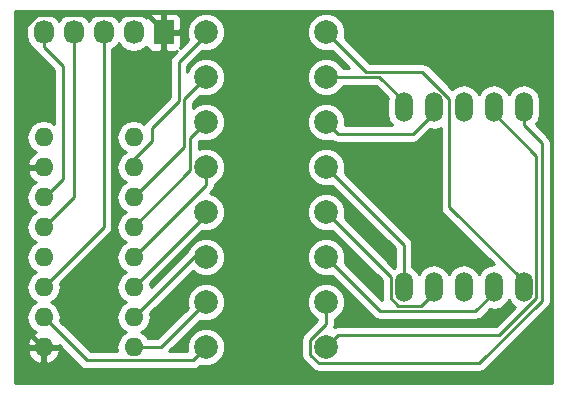
<source format=gbr>
G04 #@! TF.FileFunction,Copper,L1,Top,Signal*
%FSLAX46Y46*%
G04 Gerber Fmt 4.6, Leading zero omitted, Abs format (unit mm)*
G04 Created by KiCad (PCBNEW 4.0.1-stable) date 2016 January 25, Monday 17:02:22*
%MOMM*%
G01*
G04 APERTURE LIST*
%ADD10C,0.100000*%
%ADD11O,1.524000X2.524000*%
%ADD12R,1.727200X2.032000*%
%ADD13O,1.727200X2.032000*%
%ADD14C,1.998980*%
%ADD15O,1.600000X1.600000*%
%ADD16C,0.250000*%
%ADD17C,0.400000*%
%ADD18C,0.254000*%
G04 APERTURE END LIST*
D10*
D11*
X158750000Y-114300000D03*
X161290000Y-114300000D03*
X163830000Y-114300000D03*
X166370000Y-114300000D03*
X168910000Y-114300000D03*
X168910000Y-99060000D03*
X166370000Y-99060000D03*
X163830000Y-99060000D03*
X161290000Y-99060000D03*
X158750000Y-99060000D03*
D12*
X138430000Y-92710000D03*
D13*
X135890000Y-92710000D03*
X133350000Y-92710000D03*
X130810000Y-92710000D03*
X128270000Y-92710000D03*
D14*
X142036800Y-92710000D03*
X152196800Y-92710000D03*
X142036800Y-96520000D03*
X152196800Y-96520000D03*
X142036800Y-100330000D03*
X152196800Y-100330000D03*
X142036800Y-104140000D03*
X152196800Y-104140000D03*
X142036800Y-107950000D03*
X152196800Y-107950000D03*
X142036800Y-111760000D03*
X152196800Y-111760000D03*
X142036800Y-115570000D03*
X152196800Y-115570000D03*
X142036800Y-119380000D03*
X152196800Y-119380000D03*
D15*
X135890000Y-119380000D03*
X135890000Y-116840000D03*
X135890000Y-114300000D03*
X135890000Y-111760000D03*
X135890000Y-109220000D03*
X135890000Y-106680000D03*
X135890000Y-104140000D03*
X135890000Y-101600000D03*
X128270000Y-101600000D03*
X128270000Y-104140000D03*
X128270000Y-106680000D03*
X128270000Y-109220000D03*
X128270000Y-111760000D03*
X128270000Y-114300000D03*
X128270000Y-116840000D03*
X128270000Y-119380000D03*
D16*
X152196800Y-104140000D02*
X158750000Y-110693200D01*
X158750000Y-110693200D02*
X158750000Y-114300000D01*
X152196800Y-107950000D02*
X157662990Y-113416190D01*
X157662990Y-113416190D02*
X157662990Y-115250254D01*
X157662990Y-115250254D02*
X158299746Y-115887010D01*
X158299746Y-115887010D02*
X160202990Y-115887010D01*
X160202990Y-115887010D02*
X161290000Y-114800000D01*
X161290000Y-114800000D02*
X161290000Y-114300000D01*
X152196800Y-111760000D02*
X156773820Y-116337020D01*
X156773820Y-116337020D02*
X164832980Y-116337020D01*
X164832980Y-116337020D02*
X166370000Y-114800000D01*
X166370000Y-114800000D02*
X166370000Y-114300000D01*
X152196800Y-92710000D02*
X155556789Y-96069989D01*
X160337261Y-96069997D02*
X162642990Y-98375726D01*
X155556789Y-96069989D02*
X160337261Y-96069997D01*
X162642990Y-98375726D02*
X162642990Y-107532990D01*
X162642990Y-107532990D02*
X168910000Y-113800000D01*
X168910000Y-113800000D02*
X168910000Y-114300000D01*
X168910000Y-114800000D02*
X168910000Y-114300000D01*
X152196800Y-115570000D02*
X152196800Y-117419752D01*
X152196800Y-117419752D02*
X150872309Y-118744243D01*
X165179183Y-120704491D02*
X170447020Y-115436654D01*
X150872309Y-118744243D02*
X150872309Y-120015757D01*
X150872309Y-120015757D02*
X151561043Y-120704491D01*
X151561043Y-120704491D02*
X165179183Y-120704491D01*
X170447020Y-115436654D02*
X170447020Y-102109020D01*
X170447020Y-102109020D02*
X168910000Y-100572000D01*
X168910000Y-100572000D02*
X168910000Y-99060000D01*
X168910000Y-98560000D02*
X168910000Y-99060000D01*
X168910000Y-99560000D02*
X168910000Y-99060000D01*
X152196800Y-119380000D02*
X153196289Y-118380511D01*
X169997010Y-103187010D02*
X166370000Y-99560000D01*
X153196289Y-118380511D02*
X166866753Y-118380511D01*
X166866753Y-118380511D02*
X169997010Y-115250254D01*
X169997010Y-115250254D02*
X169997010Y-103187010D01*
X166370000Y-99560000D02*
X166370000Y-99060000D01*
X166370000Y-98560000D02*
X166370000Y-99060000D01*
X152196800Y-100330000D02*
X153196289Y-101329489D01*
X153196289Y-101329489D02*
X159520511Y-101329489D01*
X159520511Y-101329489D02*
X161290000Y-99560000D01*
X161290000Y-99560000D02*
X161290000Y-99060000D01*
X152196800Y-96520000D02*
X156710000Y-96520000D01*
X158750000Y-98560000D02*
X158750000Y-99060000D01*
X156710000Y-96520000D02*
X158750000Y-98560000D01*
D17*
X126419989Y-92479176D02*
X126419989Y-104165400D01*
X126419989Y-104165400D02*
X126419989Y-117529989D01*
X127113230Y-104165400D02*
X126419989Y-104165400D01*
X128270000Y-104140000D02*
X127138630Y-104140000D01*
X127138630Y-104140000D02*
X127113230Y-104165400D01*
X138430000Y-92710000D02*
X138430000Y-92557600D01*
X138430000Y-92557600D02*
X137066390Y-91193990D01*
X137066390Y-91193990D02*
X127705175Y-91193990D01*
X127705175Y-91193990D02*
X126419989Y-92479176D01*
X127470001Y-118580001D02*
X128270000Y-119380000D01*
X126419989Y-117529989D02*
X127470001Y-118580001D01*
D16*
X133350000Y-92710000D02*
X133350000Y-109220000D01*
X133350000Y-109220000D02*
X128270000Y-114300000D01*
X130810000Y-95879589D02*
X130828211Y-95897800D01*
X130810000Y-92710000D02*
X130810000Y-95879589D01*
X130828211Y-95897800D02*
X130828211Y-106661789D01*
X130828211Y-106661789D02*
X129069999Y-108420001D01*
X129069999Y-108420001D02*
X128270000Y-109220000D01*
X128270000Y-92710000D02*
X128270000Y-93976000D01*
X128270000Y-93976000D02*
X129895600Y-95601600D01*
X129895600Y-95601600D02*
X129895600Y-105105200D01*
X128270000Y-106730800D02*
X128270000Y-106680000D01*
X129895600Y-105105200D02*
X128270000Y-106730800D01*
X135890000Y-104140000D02*
X135890000Y-103413002D01*
X139700000Y-95250000D02*
X142036800Y-92913200D01*
X135890000Y-103413002D02*
X137414000Y-101889002D01*
X137414000Y-101889002D02*
X137414000Y-100838000D01*
X139700000Y-98552000D02*
X139700000Y-95250000D01*
X137414000Y-100838000D02*
X139700000Y-98552000D01*
X142036800Y-92913200D02*
X142036800Y-92710000D01*
X135890000Y-106680000D02*
X140150009Y-102419991D01*
X140150009Y-102419991D02*
X140150009Y-98406791D01*
X140150009Y-98406791D02*
X141037311Y-97519489D01*
X141037311Y-97519489D02*
X142036800Y-96520000D01*
X135890000Y-109220000D02*
X140712309Y-104397691D01*
X140712309Y-104397691D02*
X140712309Y-101654491D01*
X140712309Y-101654491D02*
X141037311Y-101329489D01*
X141037311Y-101329489D02*
X142036800Y-100330000D01*
X135890000Y-111760000D02*
X142036800Y-105613200D01*
X142036800Y-105613200D02*
X142036800Y-104140000D01*
X135890000Y-114300000D02*
X142036800Y-108153200D01*
X142036800Y-108153200D02*
X142036800Y-107950000D01*
X135890000Y-116840000D02*
X140970000Y-111760000D01*
X140970000Y-111760000D02*
X142036800Y-111760000D01*
X135890000Y-119380000D02*
X138226800Y-119380000D01*
X138226800Y-119380000D02*
X142036800Y-115570000D01*
X128270000Y-116840000D02*
X131935001Y-120505001D01*
X131935001Y-120505001D02*
X140911799Y-120505001D01*
X140911799Y-120505001D02*
X141037311Y-120379489D01*
X141037311Y-120379489D02*
X142036800Y-119380000D01*
D18*
G36*
X171323000Y-122428000D02*
X125857000Y-122428000D01*
X125857000Y-119729039D01*
X126878096Y-119729039D01*
X127038959Y-120117423D01*
X127414866Y-120532389D01*
X127920959Y-120771914D01*
X128143000Y-120650629D01*
X128143000Y-119507000D01*
X128397000Y-119507000D01*
X128397000Y-120650629D01*
X128619041Y-120771914D01*
X129125134Y-120532389D01*
X129501041Y-120117423D01*
X129661904Y-119729039D01*
X129539915Y-119507000D01*
X128397000Y-119507000D01*
X128143000Y-119507000D01*
X127000085Y-119507000D01*
X126878096Y-119729039D01*
X125857000Y-119729039D01*
X125857000Y-92525255D01*
X126771400Y-92525255D01*
X126771400Y-92894745D01*
X126885474Y-93468234D01*
X127210330Y-93954415D01*
X127550983Y-94182032D01*
X127567852Y-94266839D01*
X127732599Y-94513401D01*
X129135600Y-95916402D01*
X129135600Y-100466893D01*
X128847264Y-100274233D01*
X128298113Y-100165000D01*
X128241887Y-100165000D01*
X127692736Y-100274233D01*
X127227189Y-100585302D01*
X126916120Y-101050849D01*
X126806887Y-101600000D01*
X126916120Y-102149151D01*
X127227189Y-102614698D01*
X127631703Y-102884986D01*
X127414866Y-102987611D01*
X127038959Y-103402577D01*
X126878096Y-103790961D01*
X127000085Y-104013000D01*
X128143000Y-104013000D01*
X128143000Y-103993000D01*
X128397000Y-103993000D01*
X128397000Y-104013000D01*
X128417000Y-104013000D01*
X128417000Y-104267000D01*
X128397000Y-104267000D01*
X128397000Y-104287000D01*
X128143000Y-104287000D01*
X128143000Y-104267000D01*
X127000085Y-104267000D01*
X126878096Y-104489039D01*
X127038959Y-104877423D01*
X127414866Y-105292389D01*
X127631703Y-105395014D01*
X127227189Y-105665302D01*
X126916120Y-106130849D01*
X126806887Y-106680000D01*
X126916120Y-107229151D01*
X127227189Y-107694698D01*
X127609275Y-107950000D01*
X127227189Y-108205302D01*
X126916120Y-108670849D01*
X126806887Y-109220000D01*
X126916120Y-109769151D01*
X127227189Y-110234698D01*
X127609275Y-110490000D01*
X127227189Y-110745302D01*
X126916120Y-111210849D01*
X126806887Y-111760000D01*
X126916120Y-112309151D01*
X127227189Y-112774698D01*
X127609275Y-113030000D01*
X127227189Y-113285302D01*
X126916120Y-113750849D01*
X126806887Y-114300000D01*
X126916120Y-114849151D01*
X127227189Y-115314698D01*
X127609275Y-115570000D01*
X127227189Y-115825302D01*
X126916120Y-116290849D01*
X126806887Y-116840000D01*
X126916120Y-117389151D01*
X127227189Y-117854698D01*
X127631703Y-118124986D01*
X127414866Y-118227611D01*
X127038959Y-118642577D01*
X126878096Y-119030961D01*
X127000085Y-119253000D01*
X128143000Y-119253000D01*
X128143000Y-119233000D01*
X128397000Y-119233000D01*
X128397000Y-119253000D01*
X129539915Y-119253000D01*
X129564127Y-119208929D01*
X131397600Y-121042402D01*
X131644162Y-121207149D01*
X131935001Y-121265001D01*
X140911799Y-121265001D01*
X141202638Y-121207149D01*
X141449200Y-121042402D01*
X141545717Y-120945885D01*
X141710253Y-121014206D01*
X142360494Y-121014774D01*
X142961455Y-120766462D01*
X143421646Y-120307073D01*
X143671006Y-119706547D01*
X143671574Y-119056306D01*
X143542633Y-118744243D01*
X150112309Y-118744243D01*
X150112309Y-120015757D01*
X150170161Y-120306596D01*
X150334908Y-120553158D01*
X151023642Y-121241892D01*
X151270204Y-121406639D01*
X151561043Y-121464491D01*
X165179183Y-121464491D01*
X165470022Y-121406639D01*
X165716584Y-121241892D01*
X170984421Y-115974055D01*
X171149168Y-115727493D01*
X171207020Y-115436654D01*
X171207020Y-102109020D01*
X171149168Y-101818181D01*
X170984421Y-101571619D01*
X169937869Y-100525067D01*
X170200660Y-100131773D01*
X170307000Y-99597164D01*
X170307000Y-98522836D01*
X170200660Y-97988227D01*
X169897828Y-97535008D01*
X169444609Y-97232176D01*
X168910000Y-97125836D01*
X168375391Y-97232176D01*
X167922172Y-97535008D01*
X167640000Y-97957307D01*
X167357828Y-97535008D01*
X166904609Y-97232176D01*
X166370000Y-97125836D01*
X165835391Y-97232176D01*
X165382172Y-97535008D01*
X165100000Y-97957307D01*
X164817828Y-97535008D01*
X164364609Y-97232176D01*
X163830000Y-97125836D01*
X163295391Y-97232176D01*
X162863094Y-97521028D01*
X160874662Y-95532596D01*
X160792848Y-95477930D01*
X160628101Y-95367849D01*
X160337262Y-95309997D01*
X155871592Y-95309990D01*
X153762685Y-93201083D01*
X153831006Y-93036547D01*
X153831574Y-92386306D01*
X153583262Y-91785345D01*
X153123873Y-91325154D01*
X152523347Y-91075794D01*
X151873106Y-91075226D01*
X151272145Y-91323538D01*
X150811954Y-91782927D01*
X150562594Y-92383453D01*
X150562026Y-93033694D01*
X150810338Y-93634655D01*
X151269727Y-94094846D01*
X151870253Y-94344206D01*
X152520494Y-94344774D01*
X152687689Y-94275691D01*
X154171998Y-95760000D01*
X153651296Y-95760000D01*
X153583262Y-95595345D01*
X153123873Y-95135154D01*
X152523347Y-94885794D01*
X151873106Y-94885226D01*
X151272145Y-95133538D01*
X150811954Y-95592927D01*
X150562594Y-96193453D01*
X150562026Y-96843694D01*
X150810338Y-97444655D01*
X151269727Y-97904846D01*
X151870253Y-98154206D01*
X152520494Y-98154774D01*
X153121455Y-97906462D01*
X153581646Y-97447073D01*
X153651021Y-97280000D01*
X156395198Y-97280000D01*
X157400290Y-98285092D01*
X157353000Y-98522836D01*
X157353000Y-99597164D01*
X157459340Y-100131773D01*
X157751813Y-100569489D01*
X153831082Y-100569489D01*
X153831574Y-100006306D01*
X153583262Y-99405345D01*
X153123873Y-98945154D01*
X152523347Y-98695794D01*
X151873106Y-98695226D01*
X151272145Y-98943538D01*
X150811954Y-99402927D01*
X150562594Y-100003453D01*
X150562026Y-100653694D01*
X150810338Y-101254655D01*
X151269727Y-101714846D01*
X151870253Y-101964206D01*
X152520494Y-101964774D01*
X152696526Y-101892039D01*
X152905450Y-102031637D01*
X153196289Y-102089489D01*
X159520511Y-102089489D01*
X159811350Y-102031637D01*
X160057912Y-101866890D01*
X160990260Y-100934542D01*
X161290000Y-100994164D01*
X161824609Y-100887824D01*
X161882990Y-100848815D01*
X161882990Y-107532990D01*
X161940842Y-107823829D01*
X162105589Y-108070391D01*
X166408740Y-112373542D01*
X166370000Y-112365836D01*
X165835391Y-112472176D01*
X165382172Y-112775008D01*
X165100000Y-113197307D01*
X164817828Y-112775008D01*
X164364609Y-112472176D01*
X163830000Y-112365836D01*
X163295391Y-112472176D01*
X162842172Y-112775008D01*
X162560000Y-113197307D01*
X162277828Y-112775008D01*
X161824609Y-112472176D01*
X161290000Y-112365836D01*
X160755391Y-112472176D01*
X160302172Y-112775008D01*
X160020000Y-113197307D01*
X159737828Y-112775008D01*
X159510000Y-112622778D01*
X159510000Y-110693200D01*
X159452148Y-110402360D01*
X159287401Y-110155799D01*
X153762685Y-104631083D01*
X153831006Y-104466547D01*
X153831574Y-103816306D01*
X153583262Y-103215345D01*
X153123873Y-102755154D01*
X152523347Y-102505794D01*
X151873106Y-102505226D01*
X151272145Y-102753538D01*
X150811954Y-103212927D01*
X150562594Y-103813453D01*
X150562026Y-104463694D01*
X150810338Y-105064655D01*
X151269727Y-105524846D01*
X151870253Y-105774206D01*
X152520494Y-105774774D01*
X152687689Y-105705691D01*
X157990000Y-111008002D01*
X157990000Y-112622778D01*
X157962653Y-112641051D01*
X153762685Y-108441083D01*
X153831006Y-108276547D01*
X153831574Y-107626306D01*
X153583262Y-107025345D01*
X153123873Y-106565154D01*
X152523347Y-106315794D01*
X151873106Y-106315226D01*
X151272145Y-106563538D01*
X150811954Y-107022927D01*
X150562594Y-107623453D01*
X150562026Y-108273694D01*
X150810338Y-108874655D01*
X151269727Y-109334846D01*
X151870253Y-109584206D01*
X152520494Y-109584774D01*
X152687689Y-109515691D01*
X156902990Y-113730992D01*
X156902990Y-115250254D01*
X156938034Y-115426432D01*
X153762685Y-112251083D01*
X153831006Y-112086547D01*
X153831574Y-111436306D01*
X153583262Y-110835345D01*
X153123873Y-110375154D01*
X152523347Y-110125794D01*
X151873106Y-110125226D01*
X151272145Y-110373538D01*
X150811954Y-110832927D01*
X150562594Y-111433453D01*
X150562026Y-112083694D01*
X150810338Y-112684655D01*
X151269727Y-113144846D01*
X151870253Y-113394206D01*
X152520494Y-113394774D01*
X152687689Y-113325691D01*
X156236419Y-116874421D01*
X156482981Y-117039168D01*
X156773820Y-117097020D01*
X164832980Y-117097020D01*
X165123819Y-117039168D01*
X165370381Y-116874421D01*
X166070260Y-116174542D01*
X166370000Y-116234164D01*
X166904609Y-116127824D01*
X167357828Y-115824992D01*
X167640000Y-115402693D01*
X167922172Y-115824992D01*
X168177119Y-115995343D01*
X166551951Y-117620511D01*
X153196289Y-117620511D01*
X152905450Y-117678363D01*
X152905345Y-117678433D01*
X152956800Y-117419752D01*
X152956800Y-117024496D01*
X153121455Y-116956462D01*
X153581646Y-116497073D01*
X153831006Y-115896547D01*
X153831574Y-115246306D01*
X153583262Y-114645345D01*
X153123873Y-114185154D01*
X152523347Y-113935794D01*
X151873106Y-113935226D01*
X151272145Y-114183538D01*
X150811954Y-114642927D01*
X150562594Y-115243453D01*
X150562026Y-115893694D01*
X150810338Y-116494655D01*
X151269727Y-116954846D01*
X151436800Y-117024221D01*
X151436800Y-117104950D01*
X150334908Y-118206842D01*
X150170161Y-118453404D01*
X150112309Y-118744243D01*
X143542633Y-118744243D01*
X143423262Y-118455345D01*
X142963873Y-117995154D01*
X142363347Y-117745794D01*
X141713106Y-117745226D01*
X141112145Y-117993538D01*
X140651954Y-118452927D01*
X140402594Y-119053453D01*
X140402026Y-119703694D01*
X140419094Y-119745001D01*
X138936601Y-119745001D01*
X141545717Y-117135885D01*
X141710253Y-117204206D01*
X142360494Y-117204774D01*
X142961455Y-116956462D01*
X143421646Y-116497073D01*
X143671006Y-115896547D01*
X143671574Y-115246306D01*
X143423262Y-114645345D01*
X142963873Y-114185154D01*
X142363347Y-113935794D01*
X141713106Y-113935226D01*
X141112145Y-114183538D01*
X140651954Y-114642927D01*
X140402594Y-115243453D01*
X140402026Y-115893694D01*
X140471109Y-116060889D01*
X137911998Y-118620000D01*
X137102995Y-118620000D01*
X136932811Y-118365302D01*
X136550725Y-118110000D01*
X136932811Y-117854698D01*
X137243880Y-117389151D01*
X137353113Y-116840000D01*
X137288688Y-116516114D01*
X140885038Y-112919764D01*
X141109727Y-113144846D01*
X141710253Y-113394206D01*
X142360494Y-113394774D01*
X142961455Y-113146462D01*
X143421646Y-112687073D01*
X143671006Y-112086547D01*
X143671574Y-111436306D01*
X143423262Y-110835345D01*
X142963873Y-110375154D01*
X142363347Y-110125794D01*
X141713106Y-110125226D01*
X141112145Y-110373538D01*
X140651954Y-110832927D01*
X140512246Y-111169380D01*
X140432599Y-111222599D01*
X137352595Y-114302603D01*
X137353113Y-114300000D01*
X137288688Y-113976114D01*
X141689297Y-109575505D01*
X141710253Y-109584206D01*
X142360494Y-109584774D01*
X142961455Y-109336462D01*
X143421646Y-108877073D01*
X143671006Y-108276547D01*
X143671574Y-107626306D01*
X143423262Y-107025345D01*
X142963873Y-106565154D01*
X142395611Y-106329191D01*
X142574201Y-106150601D01*
X142738948Y-105904039D01*
X142796800Y-105613200D01*
X142796800Y-105594496D01*
X142961455Y-105526462D01*
X143421646Y-105067073D01*
X143671006Y-104466547D01*
X143671574Y-103816306D01*
X143423262Y-103215345D01*
X142963873Y-102755154D01*
X142363347Y-102505794D01*
X141713106Y-102505226D01*
X141472309Y-102604721D01*
X141472309Y-101969293D01*
X141545717Y-101895885D01*
X141710253Y-101964206D01*
X142360494Y-101964774D01*
X142961455Y-101716462D01*
X143421646Y-101257073D01*
X143671006Y-100656547D01*
X143671574Y-100006306D01*
X143423262Y-99405345D01*
X142963873Y-98945154D01*
X142363347Y-98695794D01*
X141713106Y-98695226D01*
X141112145Y-98943538D01*
X140910009Y-99145322D01*
X140910009Y-98721593D01*
X141545717Y-98085885D01*
X141710253Y-98154206D01*
X142360494Y-98154774D01*
X142961455Y-97906462D01*
X143421646Y-97447073D01*
X143671006Y-96846547D01*
X143671574Y-96196306D01*
X143423262Y-95595345D01*
X142963873Y-95135154D01*
X142363347Y-94885794D01*
X141713106Y-94885226D01*
X141112145Y-95133538D01*
X140651954Y-95592927D01*
X140460000Y-96055204D01*
X140460000Y-95564802D01*
X141689297Y-94335505D01*
X141710253Y-94344206D01*
X142360494Y-94344774D01*
X142961455Y-94096462D01*
X143421646Y-93637073D01*
X143671006Y-93036547D01*
X143671574Y-92386306D01*
X143423262Y-91785345D01*
X142963873Y-91325154D01*
X142363347Y-91075794D01*
X141713106Y-91075226D01*
X141112145Y-91323538D01*
X140651954Y-91782927D01*
X140402594Y-92383453D01*
X140402026Y-93033694D01*
X140530521Y-93344677D01*
X139861927Y-94013271D01*
X139928600Y-93852309D01*
X139928600Y-92995750D01*
X139769850Y-92837000D01*
X138557000Y-92837000D01*
X138557000Y-94202250D01*
X138715750Y-94361000D01*
X139419910Y-94361000D01*
X139580870Y-94294328D01*
X139162599Y-94712599D01*
X138997852Y-94959161D01*
X138940000Y-95250000D01*
X138940000Y-98237198D01*
X136876599Y-100300599D01*
X136762434Y-100471460D01*
X136467264Y-100274233D01*
X135918113Y-100165000D01*
X135861887Y-100165000D01*
X135312736Y-100274233D01*
X134847189Y-100585302D01*
X134536120Y-101050849D01*
X134426887Y-101600000D01*
X134536120Y-102149151D01*
X134847189Y-102614698D01*
X135229275Y-102870000D01*
X134847189Y-103125302D01*
X134536120Y-103590849D01*
X134426887Y-104140000D01*
X134536120Y-104689151D01*
X134847189Y-105154698D01*
X135229275Y-105410000D01*
X134847189Y-105665302D01*
X134536120Y-106130849D01*
X134426887Y-106680000D01*
X134536120Y-107229151D01*
X134847189Y-107694698D01*
X135229275Y-107950000D01*
X134847189Y-108205302D01*
X134536120Y-108670849D01*
X134426887Y-109220000D01*
X134536120Y-109769151D01*
X134847189Y-110234698D01*
X135229275Y-110490000D01*
X134847189Y-110745302D01*
X134536120Y-111210849D01*
X134426887Y-111760000D01*
X134536120Y-112309151D01*
X134847189Y-112774698D01*
X135229275Y-113030000D01*
X134847189Y-113285302D01*
X134536120Y-113750849D01*
X134426887Y-114300000D01*
X134536120Y-114849151D01*
X134847189Y-115314698D01*
X135229275Y-115570000D01*
X134847189Y-115825302D01*
X134536120Y-116290849D01*
X134426887Y-116840000D01*
X134536120Y-117389151D01*
X134847189Y-117854698D01*
X135229275Y-118110000D01*
X134847189Y-118365302D01*
X134536120Y-118830849D01*
X134426887Y-119380000D01*
X134499490Y-119745001D01*
X132249803Y-119745001D01*
X129668688Y-117163886D01*
X129733113Y-116840000D01*
X129623880Y-116290849D01*
X129312811Y-115825302D01*
X128930725Y-115570000D01*
X129312811Y-115314698D01*
X129623880Y-114849151D01*
X129733113Y-114300000D01*
X129668688Y-113976114D01*
X133887401Y-109757401D01*
X134052148Y-109510839D01*
X134110000Y-109220000D01*
X134110000Y-94154648D01*
X134409670Y-93954415D01*
X134620000Y-93639634D01*
X134830330Y-93954415D01*
X135316511Y-94279271D01*
X135890000Y-94393345D01*
X136463489Y-94279271D01*
X136949670Y-93954415D01*
X136964500Y-93932220D01*
X137028073Y-94085698D01*
X137206701Y-94264327D01*
X137440090Y-94361000D01*
X138144250Y-94361000D01*
X138303000Y-94202250D01*
X138303000Y-92837000D01*
X138283000Y-92837000D01*
X138283000Y-92583000D01*
X138303000Y-92583000D01*
X138303000Y-91217750D01*
X138557000Y-91217750D01*
X138557000Y-92583000D01*
X139769850Y-92583000D01*
X139928600Y-92424250D01*
X139928600Y-91567691D01*
X139831927Y-91334302D01*
X139653299Y-91155673D01*
X139419910Y-91059000D01*
X138715750Y-91059000D01*
X138557000Y-91217750D01*
X138303000Y-91217750D01*
X138144250Y-91059000D01*
X137440090Y-91059000D01*
X137206701Y-91155673D01*
X137028073Y-91334302D01*
X136964500Y-91487780D01*
X136949670Y-91465585D01*
X136463489Y-91140729D01*
X135890000Y-91026655D01*
X135316511Y-91140729D01*
X134830330Y-91465585D01*
X134620000Y-91780366D01*
X134409670Y-91465585D01*
X133923489Y-91140729D01*
X133350000Y-91026655D01*
X132776511Y-91140729D01*
X132290330Y-91465585D01*
X132080000Y-91780366D01*
X131869670Y-91465585D01*
X131383489Y-91140729D01*
X130810000Y-91026655D01*
X130236511Y-91140729D01*
X129750330Y-91465585D01*
X129540000Y-91780366D01*
X129329670Y-91465585D01*
X128843489Y-91140729D01*
X128270000Y-91026655D01*
X127696511Y-91140729D01*
X127210330Y-91465585D01*
X126885474Y-91951766D01*
X126771400Y-92525255D01*
X125857000Y-92525255D01*
X125857000Y-90932000D01*
X171323000Y-90932000D01*
X171323000Y-122428000D01*
X171323000Y-122428000D01*
G37*
X171323000Y-122428000D02*
X125857000Y-122428000D01*
X125857000Y-119729039D01*
X126878096Y-119729039D01*
X127038959Y-120117423D01*
X127414866Y-120532389D01*
X127920959Y-120771914D01*
X128143000Y-120650629D01*
X128143000Y-119507000D01*
X128397000Y-119507000D01*
X128397000Y-120650629D01*
X128619041Y-120771914D01*
X129125134Y-120532389D01*
X129501041Y-120117423D01*
X129661904Y-119729039D01*
X129539915Y-119507000D01*
X128397000Y-119507000D01*
X128143000Y-119507000D01*
X127000085Y-119507000D01*
X126878096Y-119729039D01*
X125857000Y-119729039D01*
X125857000Y-92525255D01*
X126771400Y-92525255D01*
X126771400Y-92894745D01*
X126885474Y-93468234D01*
X127210330Y-93954415D01*
X127550983Y-94182032D01*
X127567852Y-94266839D01*
X127732599Y-94513401D01*
X129135600Y-95916402D01*
X129135600Y-100466893D01*
X128847264Y-100274233D01*
X128298113Y-100165000D01*
X128241887Y-100165000D01*
X127692736Y-100274233D01*
X127227189Y-100585302D01*
X126916120Y-101050849D01*
X126806887Y-101600000D01*
X126916120Y-102149151D01*
X127227189Y-102614698D01*
X127631703Y-102884986D01*
X127414866Y-102987611D01*
X127038959Y-103402577D01*
X126878096Y-103790961D01*
X127000085Y-104013000D01*
X128143000Y-104013000D01*
X128143000Y-103993000D01*
X128397000Y-103993000D01*
X128397000Y-104013000D01*
X128417000Y-104013000D01*
X128417000Y-104267000D01*
X128397000Y-104267000D01*
X128397000Y-104287000D01*
X128143000Y-104287000D01*
X128143000Y-104267000D01*
X127000085Y-104267000D01*
X126878096Y-104489039D01*
X127038959Y-104877423D01*
X127414866Y-105292389D01*
X127631703Y-105395014D01*
X127227189Y-105665302D01*
X126916120Y-106130849D01*
X126806887Y-106680000D01*
X126916120Y-107229151D01*
X127227189Y-107694698D01*
X127609275Y-107950000D01*
X127227189Y-108205302D01*
X126916120Y-108670849D01*
X126806887Y-109220000D01*
X126916120Y-109769151D01*
X127227189Y-110234698D01*
X127609275Y-110490000D01*
X127227189Y-110745302D01*
X126916120Y-111210849D01*
X126806887Y-111760000D01*
X126916120Y-112309151D01*
X127227189Y-112774698D01*
X127609275Y-113030000D01*
X127227189Y-113285302D01*
X126916120Y-113750849D01*
X126806887Y-114300000D01*
X126916120Y-114849151D01*
X127227189Y-115314698D01*
X127609275Y-115570000D01*
X127227189Y-115825302D01*
X126916120Y-116290849D01*
X126806887Y-116840000D01*
X126916120Y-117389151D01*
X127227189Y-117854698D01*
X127631703Y-118124986D01*
X127414866Y-118227611D01*
X127038959Y-118642577D01*
X126878096Y-119030961D01*
X127000085Y-119253000D01*
X128143000Y-119253000D01*
X128143000Y-119233000D01*
X128397000Y-119233000D01*
X128397000Y-119253000D01*
X129539915Y-119253000D01*
X129564127Y-119208929D01*
X131397600Y-121042402D01*
X131644162Y-121207149D01*
X131935001Y-121265001D01*
X140911799Y-121265001D01*
X141202638Y-121207149D01*
X141449200Y-121042402D01*
X141545717Y-120945885D01*
X141710253Y-121014206D01*
X142360494Y-121014774D01*
X142961455Y-120766462D01*
X143421646Y-120307073D01*
X143671006Y-119706547D01*
X143671574Y-119056306D01*
X143542633Y-118744243D01*
X150112309Y-118744243D01*
X150112309Y-120015757D01*
X150170161Y-120306596D01*
X150334908Y-120553158D01*
X151023642Y-121241892D01*
X151270204Y-121406639D01*
X151561043Y-121464491D01*
X165179183Y-121464491D01*
X165470022Y-121406639D01*
X165716584Y-121241892D01*
X170984421Y-115974055D01*
X171149168Y-115727493D01*
X171207020Y-115436654D01*
X171207020Y-102109020D01*
X171149168Y-101818181D01*
X170984421Y-101571619D01*
X169937869Y-100525067D01*
X170200660Y-100131773D01*
X170307000Y-99597164D01*
X170307000Y-98522836D01*
X170200660Y-97988227D01*
X169897828Y-97535008D01*
X169444609Y-97232176D01*
X168910000Y-97125836D01*
X168375391Y-97232176D01*
X167922172Y-97535008D01*
X167640000Y-97957307D01*
X167357828Y-97535008D01*
X166904609Y-97232176D01*
X166370000Y-97125836D01*
X165835391Y-97232176D01*
X165382172Y-97535008D01*
X165100000Y-97957307D01*
X164817828Y-97535008D01*
X164364609Y-97232176D01*
X163830000Y-97125836D01*
X163295391Y-97232176D01*
X162863094Y-97521028D01*
X160874662Y-95532596D01*
X160792848Y-95477930D01*
X160628101Y-95367849D01*
X160337262Y-95309997D01*
X155871592Y-95309990D01*
X153762685Y-93201083D01*
X153831006Y-93036547D01*
X153831574Y-92386306D01*
X153583262Y-91785345D01*
X153123873Y-91325154D01*
X152523347Y-91075794D01*
X151873106Y-91075226D01*
X151272145Y-91323538D01*
X150811954Y-91782927D01*
X150562594Y-92383453D01*
X150562026Y-93033694D01*
X150810338Y-93634655D01*
X151269727Y-94094846D01*
X151870253Y-94344206D01*
X152520494Y-94344774D01*
X152687689Y-94275691D01*
X154171998Y-95760000D01*
X153651296Y-95760000D01*
X153583262Y-95595345D01*
X153123873Y-95135154D01*
X152523347Y-94885794D01*
X151873106Y-94885226D01*
X151272145Y-95133538D01*
X150811954Y-95592927D01*
X150562594Y-96193453D01*
X150562026Y-96843694D01*
X150810338Y-97444655D01*
X151269727Y-97904846D01*
X151870253Y-98154206D01*
X152520494Y-98154774D01*
X153121455Y-97906462D01*
X153581646Y-97447073D01*
X153651021Y-97280000D01*
X156395198Y-97280000D01*
X157400290Y-98285092D01*
X157353000Y-98522836D01*
X157353000Y-99597164D01*
X157459340Y-100131773D01*
X157751813Y-100569489D01*
X153831082Y-100569489D01*
X153831574Y-100006306D01*
X153583262Y-99405345D01*
X153123873Y-98945154D01*
X152523347Y-98695794D01*
X151873106Y-98695226D01*
X151272145Y-98943538D01*
X150811954Y-99402927D01*
X150562594Y-100003453D01*
X150562026Y-100653694D01*
X150810338Y-101254655D01*
X151269727Y-101714846D01*
X151870253Y-101964206D01*
X152520494Y-101964774D01*
X152696526Y-101892039D01*
X152905450Y-102031637D01*
X153196289Y-102089489D01*
X159520511Y-102089489D01*
X159811350Y-102031637D01*
X160057912Y-101866890D01*
X160990260Y-100934542D01*
X161290000Y-100994164D01*
X161824609Y-100887824D01*
X161882990Y-100848815D01*
X161882990Y-107532990D01*
X161940842Y-107823829D01*
X162105589Y-108070391D01*
X166408740Y-112373542D01*
X166370000Y-112365836D01*
X165835391Y-112472176D01*
X165382172Y-112775008D01*
X165100000Y-113197307D01*
X164817828Y-112775008D01*
X164364609Y-112472176D01*
X163830000Y-112365836D01*
X163295391Y-112472176D01*
X162842172Y-112775008D01*
X162560000Y-113197307D01*
X162277828Y-112775008D01*
X161824609Y-112472176D01*
X161290000Y-112365836D01*
X160755391Y-112472176D01*
X160302172Y-112775008D01*
X160020000Y-113197307D01*
X159737828Y-112775008D01*
X159510000Y-112622778D01*
X159510000Y-110693200D01*
X159452148Y-110402360D01*
X159287401Y-110155799D01*
X153762685Y-104631083D01*
X153831006Y-104466547D01*
X153831574Y-103816306D01*
X153583262Y-103215345D01*
X153123873Y-102755154D01*
X152523347Y-102505794D01*
X151873106Y-102505226D01*
X151272145Y-102753538D01*
X150811954Y-103212927D01*
X150562594Y-103813453D01*
X150562026Y-104463694D01*
X150810338Y-105064655D01*
X151269727Y-105524846D01*
X151870253Y-105774206D01*
X152520494Y-105774774D01*
X152687689Y-105705691D01*
X157990000Y-111008002D01*
X157990000Y-112622778D01*
X157962653Y-112641051D01*
X153762685Y-108441083D01*
X153831006Y-108276547D01*
X153831574Y-107626306D01*
X153583262Y-107025345D01*
X153123873Y-106565154D01*
X152523347Y-106315794D01*
X151873106Y-106315226D01*
X151272145Y-106563538D01*
X150811954Y-107022927D01*
X150562594Y-107623453D01*
X150562026Y-108273694D01*
X150810338Y-108874655D01*
X151269727Y-109334846D01*
X151870253Y-109584206D01*
X152520494Y-109584774D01*
X152687689Y-109515691D01*
X156902990Y-113730992D01*
X156902990Y-115250254D01*
X156938034Y-115426432D01*
X153762685Y-112251083D01*
X153831006Y-112086547D01*
X153831574Y-111436306D01*
X153583262Y-110835345D01*
X153123873Y-110375154D01*
X152523347Y-110125794D01*
X151873106Y-110125226D01*
X151272145Y-110373538D01*
X150811954Y-110832927D01*
X150562594Y-111433453D01*
X150562026Y-112083694D01*
X150810338Y-112684655D01*
X151269727Y-113144846D01*
X151870253Y-113394206D01*
X152520494Y-113394774D01*
X152687689Y-113325691D01*
X156236419Y-116874421D01*
X156482981Y-117039168D01*
X156773820Y-117097020D01*
X164832980Y-117097020D01*
X165123819Y-117039168D01*
X165370381Y-116874421D01*
X166070260Y-116174542D01*
X166370000Y-116234164D01*
X166904609Y-116127824D01*
X167357828Y-115824992D01*
X167640000Y-115402693D01*
X167922172Y-115824992D01*
X168177119Y-115995343D01*
X166551951Y-117620511D01*
X153196289Y-117620511D01*
X152905450Y-117678363D01*
X152905345Y-117678433D01*
X152956800Y-117419752D01*
X152956800Y-117024496D01*
X153121455Y-116956462D01*
X153581646Y-116497073D01*
X153831006Y-115896547D01*
X153831574Y-115246306D01*
X153583262Y-114645345D01*
X153123873Y-114185154D01*
X152523347Y-113935794D01*
X151873106Y-113935226D01*
X151272145Y-114183538D01*
X150811954Y-114642927D01*
X150562594Y-115243453D01*
X150562026Y-115893694D01*
X150810338Y-116494655D01*
X151269727Y-116954846D01*
X151436800Y-117024221D01*
X151436800Y-117104950D01*
X150334908Y-118206842D01*
X150170161Y-118453404D01*
X150112309Y-118744243D01*
X143542633Y-118744243D01*
X143423262Y-118455345D01*
X142963873Y-117995154D01*
X142363347Y-117745794D01*
X141713106Y-117745226D01*
X141112145Y-117993538D01*
X140651954Y-118452927D01*
X140402594Y-119053453D01*
X140402026Y-119703694D01*
X140419094Y-119745001D01*
X138936601Y-119745001D01*
X141545717Y-117135885D01*
X141710253Y-117204206D01*
X142360494Y-117204774D01*
X142961455Y-116956462D01*
X143421646Y-116497073D01*
X143671006Y-115896547D01*
X143671574Y-115246306D01*
X143423262Y-114645345D01*
X142963873Y-114185154D01*
X142363347Y-113935794D01*
X141713106Y-113935226D01*
X141112145Y-114183538D01*
X140651954Y-114642927D01*
X140402594Y-115243453D01*
X140402026Y-115893694D01*
X140471109Y-116060889D01*
X137911998Y-118620000D01*
X137102995Y-118620000D01*
X136932811Y-118365302D01*
X136550725Y-118110000D01*
X136932811Y-117854698D01*
X137243880Y-117389151D01*
X137353113Y-116840000D01*
X137288688Y-116516114D01*
X140885038Y-112919764D01*
X141109727Y-113144846D01*
X141710253Y-113394206D01*
X142360494Y-113394774D01*
X142961455Y-113146462D01*
X143421646Y-112687073D01*
X143671006Y-112086547D01*
X143671574Y-111436306D01*
X143423262Y-110835345D01*
X142963873Y-110375154D01*
X142363347Y-110125794D01*
X141713106Y-110125226D01*
X141112145Y-110373538D01*
X140651954Y-110832927D01*
X140512246Y-111169380D01*
X140432599Y-111222599D01*
X137352595Y-114302603D01*
X137353113Y-114300000D01*
X137288688Y-113976114D01*
X141689297Y-109575505D01*
X141710253Y-109584206D01*
X142360494Y-109584774D01*
X142961455Y-109336462D01*
X143421646Y-108877073D01*
X143671006Y-108276547D01*
X143671574Y-107626306D01*
X143423262Y-107025345D01*
X142963873Y-106565154D01*
X142395611Y-106329191D01*
X142574201Y-106150601D01*
X142738948Y-105904039D01*
X142796800Y-105613200D01*
X142796800Y-105594496D01*
X142961455Y-105526462D01*
X143421646Y-105067073D01*
X143671006Y-104466547D01*
X143671574Y-103816306D01*
X143423262Y-103215345D01*
X142963873Y-102755154D01*
X142363347Y-102505794D01*
X141713106Y-102505226D01*
X141472309Y-102604721D01*
X141472309Y-101969293D01*
X141545717Y-101895885D01*
X141710253Y-101964206D01*
X142360494Y-101964774D01*
X142961455Y-101716462D01*
X143421646Y-101257073D01*
X143671006Y-100656547D01*
X143671574Y-100006306D01*
X143423262Y-99405345D01*
X142963873Y-98945154D01*
X142363347Y-98695794D01*
X141713106Y-98695226D01*
X141112145Y-98943538D01*
X140910009Y-99145322D01*
X140910009Y-98721593D01*
X141545717Y-98085885D01*
X141710253Y-98154206D01*
X142360494Y-98154774D01*
X142961455Y-97906462D01*
X143421646Y-97447073D01*
X143671006Y-96846547D01*
X143671574Y-96196306D01*
X143423262Y-95595345D01*
X142963873Y-95135154D01*
X142363347Y-94885794D01*
X141713106Y-94885226D01*
X141112145Y-95133538D01*
X140651954Y-95592927D01*
X140460000Y-96055204D01*
X140460000Y-95564802D01*
X141689297Y-94335505D01*
X141710253Y-94344206D01*
X142360494Y-94344774D01*
X142961455Y-94096462D01*
X143421646Y-93637073D01*
X143671006Y-93036547D01*
X143671574Y-92386306D01*
X143423262Y-91785345D01*
X142963873Y-91325154D01*
X142363347Y-91075794D01*
X141713106Y-91075226D01*
X141112145Y-91323538D01*
X140651954Y-91782927D01*
X140402594Y-92383453D01*
X140402026Y-93033694D01*
X140530521Y-93344677D01*
X139861927Y-94013271D01*
X139928600Y-93852309D01*
X139928600Y-92995750D01*
X139769850Y-92837000D01*
X138557000Y-92837000D01*
X138557000Y-94202250D01*
X138715750Y-94361000D01*
X139419910Y-94361000D01*
X139580870Y-94294328D01*
X139162599Y-94712599D01*
X138997852Y-94959161D01*
X138940000Y-95250000D01*
X138940000Y-98237198D01*
X136876599Y-100300599D01*
X136762434Y-100471460D01*
X136467264Y-100274233D01*
X135918113Y-100165000D01*
X135861887Y-100165000D01*
X135312736Y-100274233D01*
X134847189Y-100585302D01*
X134536120Y-101050849D01*
X134426887Y-101600000D01*
X134536120Y-102149151D01*
X134847189Y-102614698D01*
X135229275Y-102870000D01*
X134847189Y-103125302D01*
X134536120Y-103590849D01*
X134426887Y-104140000D01*
X134536120Y-104689151D01*
X134847189Y-105154698D01*
X135229275Y-105410000D01*
X134847189Y-105665302D01*
X134536120Y-106130849D01*
X134426887Y-106680000D01*
X134536120Y-107229151D01*
X134847189Y-107694698D01*
X135229275Y-107950000D01*
X134847189Y-108205302D01*
X134536120Y-108670849D01*
X134426887Y-109220000D01*
X134536120Y-109769151D01*
X134847189Y-110234698D01*
X135229275Y-110490000D01*
X134847189Y-110745302D01*
X134536120Y-111210849D01*
X134426887Y-111760000D01*
X134536120Y-112309151D01*
X134847189Y-112774698D01*
X135229275Y-113030000D01*
X134847189Y-113285302D01*
X134536120Y-113750849D01*
X134426887Y-114300000D01*
X134536120Y-114849151D01*
X134847189Y-115314698D01*
X135229275Y-115570000D01*
X134847189Y-115825302D01*
X134536120Y-116290849D01*
X134426887Y-116840000D01*
X134536120Y-117389151D01*
X134847189Y-117854698D01*
X135229275Y-118110000D01*
X134847189Y-118365302D01*
X134536120Y-118830849D01*
X134426887Y-119380000D01*
X134499490Y-119745001D01*
X132249803Y-119745001D01*
X129668688Y-117163886D01*
X129733113Y-116840000D01*
X129623880Y-116290849D01*
X129312811Y-115825302D01*
X128930725Y-115570000D01*
X129312811Y-115314698D01*
X129623880Y-114849151D01*
X129733113Y-114300000D01*
X129668688Y-113976114D01*
X133887401Y-109757401D01*
X134052148Y-109510839D01*
X134110000Y-109220000D01*
X134110000Y-94154648D01*
X134409670Y-93954415D01*
X134620000Y-93639634D01*
X134830330Y-93954415D01*
X135316511Y-94279271D01*
X135890000Y-94393345D01*
X136463489Y-94279271D01*
X136949670Y-93954415D01*
X136964500Y-93932220D01*
X137028073Y-94085698D01*
X137206701Y-94264327D01*
X137440090Y-94361000D01*
X138144250Y-94361000D01*
X138303000Y-94202250D01*
X138303000Y-92837000D01*
X138283000Y-92837000D01*
X138283000Y-92583000D01*
X138303000Y-92583000D01*
X138303000Y-91217750D01*
X138557000Y-91217750D01*
X138557000Y-92583000D01*
X139769850Y-92583000D01*
X139928600Y-92424250D01*
X139928600Y-91567691D01*
X139831927Y-91334302D01*
X139653299Y-91155673D01*
X139419910Y-91059000D01*
X138715750Y-91059000D01*
X138557000Y-91217750D01*
X138303000Y-91217750D01*
X138144250Y-91059000D01*
X137440090Y-91059000D01*
X137206701Y-91155673D01*
X137028073Y-91334302D01*
X136964500Y-91487780D01*
X136949670Y-91465585D01*
X136463489Y-91140729D01*
X135890000Y-91026655D01*
X135316511Y-91140729D01*
X134830330Y-91465585D01*
X134620000Y-91780366D01*
X134409670Y-91465585D01*
X133923489Y-91140729D01*
X133350000Y-91026655D01*
X132776511Y-91140729D01*
X132290330Y-91465585D01*
X132080000Y-91780366D01*
X131869670Y-91465585D01*
X131383489Y-91140729D01*
X130810000Y-91026655D01*
X130236511Y-91140729D01*
X129750330Y-91465585D01*
X129540000Y-91780366D01*
X129329670Y-91465585D01*
X128843489Y-91140729D01*
X128270000Y-91026655D01*
X127696511Y-91140729D01*
X127210330Y-91465585D01*
X126885474Y-91951766D01*
X126771400Y-92525255D01*
X125857000Y-92525255D01*
X125857000Y-90932000D01*
X171323000Y-90932000D01*
X171323000Y-122428000D01*
M02*

</source>
